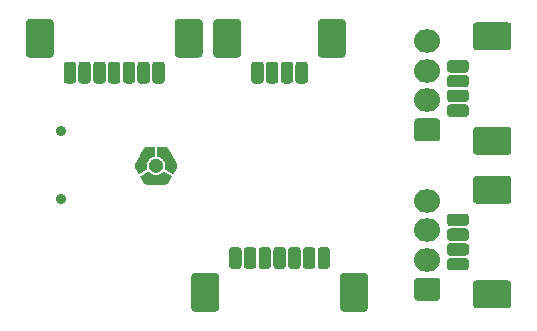
<source format=gbs>
%TF.GenerationSoftware,KiCad,Pcbnew,5.1.9*%
%TF.CreationDate,2021-03-09T21:57:36+01:00*%
%TF.ProjectId,can-usb-dongle,63616e2d-7573-4622-9d64-6f6e676c652e,rev?*%
%TF.SameCoordinates,Original*%
%TF.FileFunction,Soldermask,Bot*%
%TF.FilePolarity,Negative*%
%FSLAX46Y46*%
G04 Gerber Fmt 4.6, Leading zero omitted, Abs format (unit mm)*
G04 Created by KiCad (PCBNEW 5.1.9) date 2021-03-09 21:57:36*
%MOMM*%
%LPD*%
G01*
G04 APERTURE LIST*
%ADD10C,0.010000*%
%ADD11C,0.910000*%
%ADD12O,2.210000X1.960000*%
G04 APERTURE END LIST*
D10*
%TO.C,G\u002A\u002A\u002A*%
G36*
X59095991Y-51572681D02*
G01*
X59181778Y-51572670D01*
X59259857Y-51572646D01*
X59330607Y-51572607D01*
X59394408Y-51572548D01*
X59451639Y-51572465D01*
X59502679Y-51572356D01*
X59547908Y-51572215D01*
X59587704Y-51572039D01*
X59622448Y-51571826D01*
X59652519Y-51571569D01*
X59678295Y-51571267D01*
X59700157Y-51570915D01*
X59718483Y-51570510D01*
X59733653Y-51570047D01*
X59746046Y-51569523D01*
X59756042Y-51568934D01*
X59764019Y-51568277D01*
X59770358Y-51567547D01*
X59775437Y-51566742D01*
X59779636Y-51565856D01*
X59783167Y-51564934D01*
X59830245Y-51549509D01*
X59870926Y-51531229D01*
X59907081Y-51509079D01*
X59940575Y-51482045D01*
X59947202Y-51475884D01*
X59958522Y-51464904D01*
X59968767Y-51454294D01*
X59978488Y-51443238D01*
X59988233Y-51430922D01*
X59998553Y-51416528D01*
X60009997Y-51399243D01*
X60023115Y-51378249D01*
X60038456Y-51352732D01*
X60056569Y-51321876D01*
X60078006Y-51284866D01*
X60090226Y-51263650D01*
X60111272Y-51227079D01*
X60134129Y-51187373D01*
X60157659Y-51146508D01*
X60180725Y-51106458D01*
X60202190Y-51069198D01*
X60220918Y-51036701D01*
X60225903Y-51028056D01*
X60286072Y-50923694D01*
X59957361Y-50734210D01*
X59908872Y-50706261D01*
X59862471Y-50679518D01*
X59818685Y-50654285D01*
X59778038Y-50630865D01*
X59741055Y-50609560D01*
X59708262Y-50590672D01*
X59680184Y-50574503D01*
X59657347Y-50561357D01*
X59640274Y-50551536D01*
X59629493Y-50545343D01*
X59625531Y-50543082D01*
X59621469Y-50545235D01*
X59613195Y-50552382D01*
X59602158Y-50563217D01*
X59596167Y-50569494D01*
X59546507Y-50617303D01*
X59490188Y-50662112D01*
X59428784Y-50702889D01*
X59363870Y-50738603D01*
X59297021Y-50768220D01*
X59287025Y-50772036D01*
X59209344Y-50796596D01*
X59129765Y-50813140D01*
X59049010Y-50821702D01*
X58967800Y-50822318D01*
X58886858Y-50815021D01*
X58806904Y-50799847D01*
X58728662Y-50776831D01*
X58652851Y-50746006D01*
X58642284Y-50740978D01*
X58576165Y-50705388D01*
X58515433Y-50665048D01*
X58458217Y-50618612D01*
X58415800Y-50578283D01*
X58401753Y-50564260D01*
X58389909Y-50552778D01*
X58381492Y-50545001D01*
X58377727Y-50542090D01*
X58377700Y-50542090D01*
X58373805Y-50544190D01*
X58363106Y-50550229D01*
X58346128Y-50559906D01*
X58323396Y-50572918D01*
X58295435Y-50588966D01*
X58262769Y-50607747D01*
X58225922Y-50628959D01*
X58185419Y-50652301D01*
X58141785Y-50677471D01*
X58095544Y-50704168D01*
X58049617Y-50730705D01*
X58001332Y-50758630D01*
X57955132Y-50785380D01*
X57911545Y-50810646D01*
X57871099Y-50834121D01*
X57834322Y-50855498D01*
X57801741Y-50874470D01*
X57773884Y-50890729D01*
X57751279Y-50903968D01*
X57734454Y-50913879D01*
X57723937Y-50920155D01*
X57720273Y-50922468D01*
X57721644Y-50926704D01*
X57726928Y-50937504D01*
X57735712Y-50954154D01*
X57747584Y-50975940D01*
X57762130Y-51002148D01*
X57778937Y-51032064D01*
X57797591Y-51064973D01*
X57817680Y-51100163D01*
X57838791Y-51136919D01*
X57860509Y-51174528D01*
X57882423Y-51212274D01*
X57904119Y-51249445D01*
X57925184Y-51285326D01*
X57945204Y-51319204D01*
X57963767Y-51350364D01*
X57980460Y-51378093D01*
X57994868Y-51401677D01*
X58006580Y-51420401D01*
X58015181Y-51433552D01*
X58019475Y-51439494D01*
X58055527Y-51477640D01*
X58097543Y-51510648D01*
X58144180Y-51537659D01*
X58194096Y-51557811D01*
X58212600Y-51563219D01*
X58248583Y-51572684D01*
X59002117Y-51572684D01*
X59095991Y-51572681D01*
G37*
X59095991Y-51572681D02*
X59181778Y-51572670D01*
X59259857Y-51572646D01*
X59330607Y-51572607D01*
X59394408Y-51572548D01*
X59451639Y-51572465D01*
X59502679Y-51572356D01*
X59547908Y-51572215D01*
X59587704Y-51572039D01*
X59622448Y-51571826D01*
X59652519Y-51571569D01*
X59678295Y-51571267D01*
X59700157Y-51570915D01*
X59718483Y-51570510D01*
X59733653Y-51570047D01*
X59746046Y-51569523D01*
X59756042Y-51568934D01*
X59764019Y-51568277D01*
X59770358Y-51567547D01*
X59775437Y-51566742D01*
X59779636Y-51565856D01*
X59783167Y-51564934D01*
X59830245Y-51549509D01*
X59870926Y-51531229D01*
X59907081Y-51509079D01*
X59940575Y-51482045D01*
X59947202Y-51475884D01*
X59958522Y-51464904D01*
X59968767Y-51454294D01*
X59978488Y-51443238D01*
X59988233Y-51430922D01*
X59998553Y-51416528D01*
X60009997Y-51399243D01*
X60023115Y-51378249D01*
X60038456Y-51352732D01*
X60056569Y-51321876D01*
X60078006Y-51284866D01*
X60090226Y-51263650D01*
X60111272Y-51227079D01*
X60134129Y-51187373D01*
X60157659Y-51146508D01*
X60180725Y-51106458D01*
X60202190Y-51069198D01*
X60220918Y-51036701D01*
X60225903Y-51028056D01*
X60286072Y-50923694D01*
X59957361Y-50734210D01*
X59908872Y-50706261D01*
X59862471Y-50679518D01*
X59818685Y-50654285D01*
X59778038Y-50630865D01*
X59741055Y-50609560D01*
X59708262Y-50590672D01*
X59680184Y-50574503D01*
X59657347Y-50561357D01*
X59640274Y-50551536D01*
X59629493Y-50545343D01*
X59625531Y-50543082D01*
X59621469Y-50545235D01*
X59613195Y-50552382D01*
X59602158Y-50563217D01*
X59596167Y-50569494D01*
X59546507Y-50617303D01*
X59490188Y-50662112D01*
X59428784Y-50702889D01*
X59363870Y-50738603D01*
X59297021Y-50768220D01*
X59287025Y-50772036D01*
X59209344Y-50796596D01*
X59129765Y-50813140D01*
X59049010Y-50821702D01*
X58967800Y-50822318D01*
X58886858Y-50815021D01*
X58806904Y-50799847D01*
X58728662Y-50776831D01*
X58652851Y-50746006D01*
X58642284Y-50740978D01*
X58576165Y-50705388D01*
X58515433Y-50665048D01*
X58458217Y-50618612D01*
X58415800Y-50578283D01*
X58401753Y-50564260D01*
X58389909Y-50552778D01*
X58381492Y-50545001D01*
X58377727Y-50542090D01*
X58377700Y-50542090D01*
X58373805Y-50544190D01*
X58363106Y-50550229D01*
X58346128Y-50559906D01*
X58323396Y-50572918D01*
X58295435Y-50588966D01*
X58262769Y-50607747D01*
X58225922Y-50628959D01*
X58185419Y-50652301D01*
X58141785Y-50677471D01*
X58095544Y-50704168D01*
X58049617Y-50730705D01*
X58001332Y-50758630D01*
X57955132Y-50785380D01*
X57911545Y-50810646D01*
X57871099Y-50834121D01*
X57834322Y-50855498D01*
X57801741Y-50874470D01*
X57773884Y-50890729D01*
X57751279Y-50903968D01*
X57734454Y-50913879D01*
X57723937Y-50920155D01*
X57720273Y-50922468D01*
X57721644Y-50926704D01*
X57726928Y-50937504D01*
X57735712Y-50954154D01*
X57747584Y-50975940D01*
X57762130Y-51002148D01*
X57778937Y-51032064D01*
X57797591Y-51064973D01*
X57817680Y-51100163D01*
X57838791Y-51136919D01*
X57860509Y-51174528D01*
X57882423Y-51212274D01*
X57904119Y-51249445D01*
X57925184Y-51285326D01*
X57945204Y-51319204D01*
X57963767Y-51350364D01*
X57980460Y-51378093D01*
X57994868Y-51401677D01*
X58006580Y-51420401D01*
X58015181Y-51433552D01*
X58019475Y-51439494D01*
X58055527Y-51477640D01*
X58097543Y-51510648D01*
X58144180Y-51537659D01*
X58194096Y-51557811D01*
X58212600Y-51563219D01*
X58248583Y-51572684D01*
X59002117Y-51572684D01*
X59095991Y-51572681D01*
G36*
X59065156Y-50544836D02*
G01*
X59105125Y-50539032D01*
X59108939Y-50538247D01*
X59175259Y-50520005D01*
X59237774Y-50494510D01*
X59296007Y-50462189D01*
X59349484Y-50423472D01*
X59397726Y-50378786D01*
X59440259Y-50328559D01*
X59476606Y-50273221D01*
X59506290Y-50213197D01*
X59523978Y-50165100D01*
X59533581Y-50132276D01*
X59540396Y-50102285D01*
X59544803Y-50072429D01*
X59547183Y-50040012D01*
X59547918Y-50002334D01*
X59547909Y-49995767D01*
X59546975Y-49955957D01*
X59544183Y-49921613D01*
X59539076Y-49889848D01*
X59531198Y-49857779D01*
X59520801Y-49824615D01*
X59495374Y-49762298D01*
X59462920Y-49704245D01*
X59423987Y-49650940D01*
X59379122Y-49602865D01*
X59328874Y-49560501D01*
X59273790Y-49524332D01*
X59214419Y-49494839D01*
X59151307Y-49472506D01*
X59109160Y-49462182D01*
X59074508Y-49456649D01*
X59035925Y-49453036D01*
X58996623Y-49451490D01*
X58959809Y-49452158D01*
X58935845Y-49454193D01*
X58869717Y-49466510D01*
X58806363Y-49486481D01*
X58746360Y-49513638D01*
X58690288Y-49547514D01*
X58638726Y-49587642D01*
X58592253Y-49633555D01*
X58551448Y-49684786D01*
X58516891Y-49740867D01*
X58489159Y-49801332D01*
X58482316Y-49820084D01*
X58467556Y-49869585D01*
X58458153Y-49917895D01*
X58453556Y-49968381D01*
X58452876Y-50000000D01*
X58456554Y-50064848D01*
X58467355Y-50128406D01*
X58484927Y-50189138D01*
X58508919Y-50245505D01*
X58508944Y-50245554D01*
X58529197Y-50281145D01*
X58554398Y-50318357D01*
X58582378Y-50354225D01*
X58610970Y-50385781D01*
X58612535Y-50387350D01*
X58664228Y-50433078D01*
X58720225Y-50471571D01*
X58780219Y-50502661D01*
X58843901Y-50526183D01*
X58890215Y-50537993D01*
X58930125Y-50544205D01*
X58974614Y-50547419D01*
X59020638Y-50547630D01*
X59065156Y-50544836D01*
G37*
X59065156Y-50544836D02*
X59105125Y-50539032D01*
X59108939Y-50538247D01*
X59175259Y-50520005D01*
X59237774Y-50494510D01*
X59296007Y-50462189D01*
X59349484Y-50423472D01*
X59397726Y-50378786D01*
X59440259Y-50328559D01*
X59476606Y-50273221D01*
X59506290Y-50213197D01*
X59523978Y-50165100D01*
X59533581Y-50132276D01*
X59540396Y-50102285D01*
X59544803Y-50072429D01*
X59547183Y-50040012D01*
X59547918Y-50002334D01*
X59547909Y-49995767D01*
X59546975Y-49955957D01*
X59544183Y-49921613D01*
X59539076Y-49889848D01*
X59531198Y-49857779D01*
X59520801Y-49824615D01*
X59495374Y-49762298D01*
X59462920Y-49704245D01*
X59423987Y-49650940D01*
X59379122Y-49602865D01*
X59328874Y-49560501D01*
X59273790Y-49524332D01*
X59214419Y-49494839D01*
X59151307Y-49472506D01*
X59109160Y-49462182D01*
X59074508Y-49456649D01*
X59035925Y-49453036D01*
X58996623Y-49451490D01*
X58959809Y-49452158D01*
X58935845Y-49454193D01*
X58869717Y-49466510D01*
X58806363Y-49486481D01*
X58746360Y-49513638D01*
X58690288Y-49547514D01*
X58638726Y-49587642D01*
X58592253Y-49633555D01*
X58551448Y-49684786D01*
X58516891Y-49740867D01*
X58489159Y-49801332D01*
X58482316Y-49820084D01*
X58467556Y-49869585D01*
X58458153Y-49917895D01*
X58453556Y-49968381D01*
X58452876Y-50000000D01*
X58456554Y-50064848D01*
X58467355Y-50128406D01*
X58484927Y-50189138D01*
X58508919Y-50245505D01*
X58508944Y-50245554D01*
X58529197Y-50281145D01*
X58554398Y-50318357D01*
X58582378Y-50354225D01*
X58610970Y-50385781D01*
X58612535Y-50387350D01*
X58664228Y-50433078D01*
X58720225Y-50471571D01*
X58780219Y-50502661D01*
X58843901Y-50526183D01*
X58890215Y-50537993D01*
X58930125Y-50544205D01*
X58974614Y-50547419D01*
X59020638Y-50547630D01*
X59065156Y-50544836D01*
G36*
X60444873Y-50644084D02*
G01*
X60451466Y-50633856D01*
X60461384Y-50617702D01*
X60474208Y-50596346D01*
X60489523Y-50570512D01*
X60506912Y-50540925D01*
X60525957Y-50508309D01*
X60546242Y-50473389D01*
X60567351Y-50436890D01*
X60588865Y-50399535D01*
X60610370Y-50362049D01*
X60631447Y-50325157D01*
X60651680Y-50289583D01*
X60670652Y-50256051D01*
X60687947Y-50225287D01*
X60703147Y-50198014D01*
X60715836Y-50174958D01*
X60725597Y-50156842D01*
X60732013Y-50144390D01*
X60733979Y-50140185D01*
X60750003Y-50092571D01*
X60759074Y-50041859D01*
X60761193Y-49989769D01*
X60756359Y-49938024D01*
X60744572Y-49888343D01*
X60734023Y-49859917D01*
X60730476Y-49852909D01*
X60722951Y-49839051D01*
X60711720Y-49818814D01*
X60697056Y-49792670D01*
X60679229Y-49761092D01*
X60658513Y-49724552D01*
X60635179Y-49683522D01*
X60609498Y-49638474D01*
X60581744Y-49589881D01*
X60552187Y-49538214D01*
X60521099Y-49483946D01*
X60488753Y-49427549D01*
X60455420Y-49369495D01*
X60421373Y-49310256D01*
X60386882Y-49250305D01*
X60352221Y-49190114D01*
X60317660Y-49130154D01*
X60283473Y-49070899D01*
X60249930Y-49012820D01*
X60217304Y-48956389D01*
X60185866Y-48902078D01*
X60155889Y-48850361D01*
X60127644Y-48801708D01*
X60101403Y-48756593D01*
X60077438Y-48715487D01*
X60056022Y-48678862D01*
X60037425Y-48647191D01*
X60021920Y-48620946D01*
X60009779Y-48600599D01*
X60001273Y-48586622D01*
X59996825Y-48579699D01*
X59970740Y-48547786D01*
X59938865Y-48517091D01*
X59903445Y-48489408D01*
X59866724Y-48466529D01*
X59838200Y-48453002D01*
X59826496Y-48448263D01*
X59816243Y-48444153D01*
X59806775Y-48440625D01*
X59797423Y-48437631D01*
X59787520Y-48435125D01*
X59776398Y-48433059D01*
X59763391Y-48431385D01*
X59747829Y-48430057D01*
X59729047Y-48429027D01*
X59706375Y-48428247D01*
X59679148Y-48427671D01*
X59646696Y-48427251D01*
X59608353Y-48426941D01*
X59563451Y-48426691D01*
X59511323Y-48426456D01*
X59460375Y-48426230D01*
X59156633Y-48424834D01*
X59156633Y-49190243D01*
X59200917Y-49201290D01*
X59279815Y-49225255D01*
X59355228Y-49256724D01*
X59426708Y-49295296D01*
X59493805Y-49340572D01*
X59556072Y-49392150D01*
X59613057Y-49449633D01*
X59664314Y-49512618D01*
X59709392Y-49580706D01*
X59747844Y-49653497D01*
X59771715Y-49710017D01*
X59791820Y-49769083D01*
X59806561Y-49827066D01*
X59816343Y-49886262D01*
X59821569Y-49948970D01*
X59822744Y-50000000D01*
X59822278Y-50042230D01*
X59820572Y-50078644D01*
X59817300Y-50111842D01*
X59812134Y-50144428D01*
X59804747Y-50179001D01*
X59795753Y-50214630D01*
X59790774Y-50233717D01*
X59786726Y-50249869D01*
X59784046Y-50261292D01*
X59783167Y-50266084D01*
X59786567Y-50270160D01*
X59795395Y-50276650D01*
X59805392Y-50282774D01*
X59817419Y-50289657D01*
X59834647Y-50299568D01*
X59854957Y-50311284D01*
X59876227Y-50323584D01*
X59880534Y-50326078D01*
X59903294Y-50339253D01*
X59931899Y-50355793D01*
X59965342Y-50375117D01*
X60002615Y-50396645D01*
X60042711Y-50419794D01*
X60084624Y-50443986D01*
X60127345Y-50468637D01*
X60169869Y-50493168D01*
X60211188Y-50516997D01*
X60250294Y-50539543D01*
X60286182Y-50560225D01*
X60317843Y-50578462D01*
X60344271Y-50593674D01*
X60364459Y-50605278D01*
X60365820Y-50606060D01*
X60388261Y-50618838D01*
X60408253Y-50630025D01*
X60424621Y-50638979D01*
X60436188Y-50645058D01*
X60441778Y-50647619D01*
X60442020Y-50647660D01*
X60444873Y-50644084D01*
G37*
X60444873Y-50644084D02*
X60451466Y-50633856D01*
X60461384Y-50617702D01*
X60474208Y-50596346D01*
X60489523Y-50570512D01*
X60506912Y-50540925D01*
X60525957Y-50508309D01*
X60546242Y-50473389D01*
X60567351Y-50436890D01*
X60588865Y-50399535D01*
X60610370Y-50362049D01*
X60631447Y-50325157D01*
X60651680Y-50289583D01*
X60670652Y-50256051D01*
X60687947Y-50225287D01*
X60703147Y-50198014D01*
X60715836Y-50174958D01*
X60725597Y-50156842D01*
X60732013Y-50144390D01*
X60733979Y-50140185D01*
X60750003Y-50092571D01*
X60759074Y-50041859D01*
X60761193Y-49989769D01*
X60756359Y-49938024D01*
X60744572Y-49888343D01*
X60734023Y-49859917D01*
X60730476Y-49852909D01*
X60722951Y-49839051D01*
X60711720Y-49818814D01*
X60697056Y-49792670D01*
X60679229Y-49761092D01*
X60658513Y-49724552D01*
X60635179Y-49683522D01*
X60609498Y-49638474D01*
X60581744Y-49589881D01*
X60552187Y-49538214D01*
X60521099Y-49483946D01*
X60488753Y-49427549D01*
X60455420Y-49369495D01*
X60421373Y-49310256D01*
X60386882Y-49250305D01*
X60352221Y-49190114D01*
X60317660Y-49130154D01*
X60283473Y-49070899D01*
X60249930Y-49012820D01*
X60217304Y-48956389D01*
X60185866Y-48902078D01*
X60155889Y-48850361D01*
X60127644Y-48801708D01*
X60101403Y-48756593D01*
X60077438Y-48715487D01*
X60056022Y-48678862D01*
X60037425Y-48647191D01*
X60021920Y-48620946D01*
X60009779Y-48600599D01*
X60001273Y-48586622D01*
X59996825Y-48579699D01*
X59970740Y-48547786D01*
X59938865Y-48517091D01*
X59903445Y-48489408D01*
X59866724Y-48466529D01*
X59838200Y-48453002D01*
X59826496Y-48448263D01*
X59816243Y-48444153D01*
X59806775Y-48440625D01*
X59797423Y-48437631D01*
X59787520Y-48435125D01*
X59776398Y-48433059D01*
X59763391Y-48431385D01*
X59747829Y-48430057D01*
X59729047Y-48429027D01*
X59706375Y-48428247D01*
X59679148Y-48427671D01*
X59646696Y-48427251D01*
X59608353Y-48426941D01*
X59563451Y-48426691D01*
X59511323Y-48426456D01*
X59460375Y-48426230D01*
X59156633Y-48424834D01*
X59156633Y-49190243D01*
X59200917Y-49201290D01*
X59279815Y-49225255D01*
X59355228Y-49256724D01*
X59426708Y-49295296D01*
X59493805Y-49340572D01*
X59556072Y-49392150D01*
X59613057Y-49449633D01*
X59664314Y-49512618D01*
X59709392Y-49580706D01*
X59747844Y-49653497D01*
X59771715Y-49710017D01*
X59791820Y-49769083D01*
X59806561Y-49827066D01*
X59816343Y-49886262D01*
X59821569Y-49948970D01*
X59822744Y-50000000D01*
X59822278Y-50042230D01*
X59820572Y-50078644D01*
X59817300Y-50111842D01*
X59812134Y-50144428D01*
X59804747Y-50179001D01*
X59795753Y-50214630D01*
X59790774Y-50233717D01*
X59786726Y-50249869D01*
X59784046Y-50261292D01*
X59783167Y-50266084D01*
X59786567Y-50270160D01*
X59795395Y-50276650D01*
X59805392Y-50282774D01*
X59817419Y-50289657D01*
X59834647Y-50299568D01*
X59854957Y-50311284D01*
X59876227Y-50323584D01*
X59880534Y-50326078D01*
X59903294Y-50339253D01*
X59931899Y-50355793D01*
X59965342Y-50375117D01*
X60002615Y-50396645D01*
X60042711Y-50419794D01*
X60084624Y-50443986D01*
X60127345Y-50468637D01*
X60169869Y-50493168D01*
X60211188Y-50516997D01*
X60250294Y-50539543D01*
X60286182Y-50560225D01*
X60317843Y-50578462D01*
X60344271Y-50593674D01*
X60364459Y-50605278D01*
X60365820Y-50606060D01*
X60388261Y-50618838D01*
X60408253Y-50630025D01*
X60424621Y-50638979D01*
X60436188Y-50645058D01*
X60441778Y-50647619D01*
X60442020Y-50647660D01*
X60444873Y-50644084D01*
G36*
X57561616Y-50648565D02*
G01*
X57571924Y-50642793D01*
X57588186Y-50633564D01*
X57609713Y-50621272D01*
X57635820Y-50606310D01*
X57665820Y-50589072D01*
X57699025Y-50569950D01*
X57734749Y-50549337D01*
X57746933Y-50542298D01*
X57789896Y-50517476D01*
X57835951Y-50490875D01*
X57883518Y-50463407D01*
X57931020Y-50435983D01*
X57976878Y-50409514D01*
X58019513Y-50384912D01*
X58057347Y-50363089D01*
X58077133Y-50351680D01*
X58108637Y-50333508D01*
X58137772Y-50316686D01*
X58163739Y-50301675D01*
X58185738Y-50288939D01*
X58202972Y-50278939D01*
X58214640Y-50272139D01*
X58219944Y-50269001D01*
X58220176Y-50268849D01*
X58219566Y-50264613D01*
X58216966Y-50253970D01*
X58212816Y-50238624D01*
X58208597Y-50223846D01*
X58199051Y-50188667D01*
X58191825Y-50155786D01*
X58186581Y-50122834D01*
X58182980Y-50087444D01*
X58180682Y-50047247D01*
X58179877Y-50023188D01*
X58179688Y-49963401D01*
X58182800Y-49909037D01*
X58189552Y-49857585D01*
X58200281Y-49806536D01*
X58215327Y-49753380D01*
X58216997Y-49748117D01*
X58245564Y-49672389D01*
X58281399Y-49600252D01*
X58323990Y-49532180D01*
X58372821Y-49468648D01*
X58427380Y-49410129D01*
X58487153Y-49357098D01*
X58551625Y-49310030D01*
X58620285Y-49269397D01*
X58692617Y-49235674D01*
X58768109Y-49209336D01*
X58813414Y-49197568D01*
X58843367Y-49190755D01*
X58843367Y-48425200D01*
X58552325Y-48425537D01*
X58492475Y-48425639D01*
X58440518Y-48425803D01*
X58395878Y-48426041D01*
X58357983Y-48426364D01*
X58326257Y-48426784D01*
X58300128Y-48427311D01*
X58279020Y-48427956D01*
X58262359Y-48428731D01*
X58249572Y-48429648D01*
X58240083Y-48430717D01*
X58234245Y-48431739D01*
X58178297Y-48447843D01*
X58127227Y-48470765D01*
X58081219Y-48500384D01*
X58040454Y-48536580D01*
X58005116Y-48579233D01*
X57999989Y-48586632D01*
X57995336Y-48594064D01*
X57986777Y-48608320D01*
X57974589Y-48628924D01*
X57959044Y-48655400D01*
X57940417Y-48687272D01*
X57918982Y-48724063D01*
X57895014Y-48765299D01*
X57868785Y-48810502D01*
X57840571Y-48859196D01*
X57810645Y-48910907D01*
X57779282Y-48965157D01*
X57746756Y-49021471D01*
X57713341Y-49079372D01*
X57679311Y-49138385D01*
X57644940Y-49198033D01*
X57610502Y-49257841D01*
X57576272Y-49317332D01*
X57542523Y-49376031D01*
X57509531Y-49433461D01*
X57477568Y-49489146D01*
X57446908Y-49542611D01*
X57417827Y-49593379D01*
X57390599Y-49640974D01*
X57365496Y-49684920D01*
X57342794Y-49724742D01*
X57322767Y-49759962D01*
X57305689Y-49790106D01*
X57291833Y-49814696D01*
X57281474Y-49833258D01*
X57274887Y-49845314D01*
X57272625Y-49849717D01*
X57259463Y-49880880D01*
X57250319Y-49910020D01*
X57244650Y-49939830D01*
X57241913Y-49973002D01*
X57241474Y-50004234D01*
X57241901Y-50029743D01*
X57242961Y-50049356D01*
X57244969Y-50065636D01*
X57248245Y-50081148D01*
X57253104Y-50098457D01*
X57253154Y-50098623D01*
X57260014Y-50119267D01*
X57268070Y-50140485D01*
X57275808Y-50158342D01*
X57277357Y-50161507D01*
X57280816Y-50167870D01*
X57287951Y-50180602D01*
X57298335Y-50198959D01*
X57311539Y-50222195D01*
X57327137Y-50249567D01*
X57344701Y-50280327D01*
X57363802Y-50313732D01*
X57384015Y-50349036D01*
X57404910Y-50385493D01*
X57426061Y-50422360D01*
X57447039Y-50458890D01*
X57467418Y-50494338D01*
X57486769Y-50527960D01*
X57504665Y-50559010D01*
X57520679Y-50586743D01*
X57534383Y-50610414D01*
X57545349Y-50629278D01*
X57553149Y-50642589D01*
X57557357Y-50649602D01*
X57557948Y-50650488D01*
X57561616Y-50648565D01*
G37*
X57561616Y-50648565D02*
X57571924Y-50642793D01*
X57588186Y-50633564D01*
X57609713Y-50621272D01*
X57635820Y-50606310D01*
X57665820Y-50589072D01*
X57699025Y-50569950D01*
X57734749Y-50549337D01*
X57746933Y-50542298D01*
X57789896Y-50517476D01*
X57835951Y-50490875D01*
X57883518Y-50463407D01*
X57931020Y-50435983D01*
X57976878Y-50409514D01*
X58019513Y-50384912D01*
X58057347Y-50363089D01*
X58077133Y-50351680D01*
X58108637Y-50333508D01*
X58137772Y-50316686D01*
X58163739Y-50301675D01*
X58185738Y-50288939D01*
X58202972Y-50278939D01*
X58214640Y-50272139D01*
X58219944Y-50269001D01*
X58220176Y-50268849D01*
X58219566Y-50264613D01*
X58216966Y-50253970D01*
X58212816Y-50238624D01*
X58208597Y-50223846D01*
X58199051Y-50188667D01*
X58191825Y-50155786D01*
X58186581Y-50122834D01*
X58182980Y-50087444D01*
X58180682Y-50047247D01*
X58179877Y-50023188D01*
X58179688Y-49963401D01*
X58182800Y-49909037D01*
X58189552Y-49857585D01*
X58200281Y-49806536D01*
X58215327Y-49753380D01*
X58216997Y-49748117D01*
X58245564Y-49672389D01*
X58281399Y-49600252D01*
X58323990Y-49532180D01*
X58372821Y-49468648D01*
X58427380Y-49410129D01*
X58487153Y-49357098D01*
X58551625Y-49310030D01*
X58620285Y-49269397D01*
X58692617Y-49235674D01*
X58768109Y-49209336D01*
X58813414Y-49197568D01*
X58843367Y-49190755D01*
X58843367Y-48425200D01*
X58552325Y-48425537D01*
X58492475Y-48425639D01*
X58440518Y-48425803D01*
X58395878Y-48426041D01*
X58357983Y-48426364D01*
X58326257Y-48426784D01*
X58300128Y-48427311D01*
X58279020Y-48427956D01*
X58262359Y-48428731D01*
X58249572Y-48429648D01*
X58240083Y-48430717D01*
X58234245Y-48431739D01*
X58178297Y-48447843D01*
X58127227Y-48470765D01*
X58081219Y-48500384D01*
X58040454Y-48536580D01*
X58005116Y-48579233D01*
X57999989Y-48586632D01*
X57995336Y-48594064D01*
X57986777Y-48608320D01*
X57974589Y-48628924D01*
X57959044Y-48655400D01*
X57940417Y-48687272D01*
X57918982Y-48724063D01*
X57895014Y-48765299D01*
X57868785Y-48810502D01*
X57840571Y-48859196D01*
X57810645Y-48910907D01*
X57779282Y-48965157D01*
X57746756Y-49021471D01*
X57713341Y-49079372D01*
X57679311Y-49138385D01*
X57644940Y-49198033D01*
X57610502Y-49257841D01*
X57576272Y-49317332D01*
X57542523Y-49376031D01*
X57509531Y-49433461D01*
X57477568Y-49489146D01*
X57446908Y-49542611D01*
X57417827Y-49593379D01*
X57390599Y-49640974D01*
X57365496Y-49684920D01*
X57342794Y-49724742D01*
X57322767Y-49759962D01*
X57305689Y-49790106D01*
X57291833Y-49814696D01*
X57281474Y-49833258D01*
X57274887Y-49845314D01*
X57272625Y-49849717D01*
X57259463Y-49880880D01*
X57250319Y-49910020D01*
X57244650Y-49939830D01*
X57241913Y-49973002D01*
X57241474Y-50004234D01*
X57241901Y-50029743D01*
X57242961Y-50049356D01*
X57244969Y-50065636D01*
X57248245Y-50081148D01*
X57253104Y-50098457D01*
X57253154Y-50098623D01*
X57260014Y-50119267D01*
X57268070Y-50140485D01*
X57275808Y-50158342D01*
X57277357Y-50161507D01*
X57280816Y-50167870D01*
X57287951Y-50180602D01*
X57298335Y-50198959D01*
X57311539Y-50222195D01*
X57327137Y-50249567D01*
X57344701Y-50280327D01*
X57363802Y-50313732D01*
X57384015Y-50349036D01*
X57404910Y-50385493D01*
X57426061Y-50422360D01*
X57447039Y-50458890D01*
X57467418Y-50494338D01*
X57486769Y-50527960D01*
X57504665Y-50559010D01*
X57520679Y-50586743D01*
X57534383Y-50610414D01*
X57545349Y-50629278D01*
X57553149Y-50642589D01*
X57557357Y-50649602D01*
X57557948Y-50650488D01*
X57561616Y-50648565D01*
G36*
X59095991Y-51572681D02*
G01*
X59181778Y-51572670D01*
X59259857Y-51572646D01*
X59330607Y-51572607D01*
X59394408Y-51572548D01*
X59451639Y-51572465D01*
X59502679Y-51572356D01*
X59547908Y-51572215D01*
X59587704Y-51572039D01*
X59622448Y-51571826D01*
X59652519Y-51571569D01*
X59678295Y-51571267D01*
X59700157Y-51570915D01*
X59718483Y-51570510D01*
X59733653Y-51570047D01*
X59746046Y-51569523D01*
X59756042Y-51568934D01*
X59764019Y-51568277D01*
X59770358Y-51567547D01*
X59775437Y-51566742D01*
X59779636Y-51565856D01*
X59783167Y-51564934D01*
X59830245Y-51549509D01*
X59870926Y-51531229D01*
X59907081Y-51509079D01*
X59940575Y-51482045D01*
X59947202Y-51475884D01*
X59958522Y-51464904D01*
X59968767Y-51454294D01*
X59978488Y-51443238D01*
X59988233Y-51430922D01*
X59998553Y-51416528D01*
X60009997Y-51399243D01*
X60023115Y-51378249D01*
X60038456Y-51352732D01*
X60056569Y-51321876D01*
X60078006Y-51284866D01*
X60090226Y-51263650D01*
X60111272Y-51227079D01*
X60134129Y-51187373D01*
X60157659Y-51146508D01*
X60180725Y-51106458D01*
X60202190Y-51069198D01*
X60220918Y-51036701D01*
X60225903Y-51028056D01*
X60286072Y-50923694D01*
X59957361Y-50734210D01*
X59908872Y-50706261D01*
X59862471Y-50679518D01*
X59818685Y-50654285D01*
X59778038Y-50630865D01*
X59741055Y-50609560D01*
X59708262Y-50590672D01*
X59680184Y-50574503D01*
X59657347Y-50561357D01*
X59640274Y-50551536D01*
X59629493Y-50545343D01*
X59625531Y-50543082D01*
X59621469Y-50545235D01*
X59613195Y-50552382D01*
X59602158Y-50563217D01*
X59596167Y-50569494D01*
X59546507Y-50617303D01*
X59490188Y-50662112D01*
X59428784Y-50702889D01*
X59363870Y-50738603D01*
X59297021Y-50768220D01*
X59287025Y-50772036D01*
X59209344Y-50796596D01*
X59129765Y-50813140D01*
X59049010Y-50821702D01*
X58967800Y-50822318D01*
X58886858Y-50815021D01*
X58806904Y-50799847D01*
X58728662Y-50776831D01*
X58652851Y-50746006D01*
X58642284Y-50740978D01*
X58576165Y-50705388D01*
X58515433Y-50665048D01*
X58458217Y-50618612D01*
X58415800Y-50578283D01*
X58401753Y-50564260D01*
X58389909Y-50552778D01*
X58381492Y-50545001D01*
X58377727Y-50542090D01*
X58377700Y-50542090D01*
X58373805Y-50544190D01*
X58363106Y-50550229D01*
X58346128Y-50559906D01*
X58323396Y-50572918D01*
X58295435Y-50588966D01*
X58262769Y-50607747D01*
X58225922Y-50628959D01*
X58185419Y-50652301D01*
X58141785Y-50677471D01*
X58095544Y-50704168D01*
X58049617Y-50730705D01*
X58001332Y-50758630D01*
X57955132Y-50785380D01*
X57911545Y-50810646D01*
X57871099Y-50834121D01*
X57834322Y-50855498D01*
X57801741Y-50874470D01*
X57773884Y-50890729D01*
X57751279Y-50903968D01*
X57734454Y-50913879D01*
X57723937Y-50920155D01*
X57720273Y-50922468D01*
X57721644Y-50926704D01*
X57726928Y-50937504D01*
X57735712Y-50954154D01*
X57747584Y-50975940D01*
X57762130Y-51002148D01*
X57778937Y-51032064D01*
X57797591Y-51064973D01*
X57817680Y-51100163D01*
X57838791Y-51136919D01*
X57860509Y-51174528D01*
X57882423Y-51212274D01*
X57904119Y-51249445D01*
X57925184Y-51285326D01*
X57945204Y-51319204D01*
X57963767Y-51350364D01*
X57980460Y-51378093D01*
X57994868Y-51401677D01*
X58006580Y-51420401D01*
X58015181Y-51433552D01*
X58019475Y-51439494D01*
X58055527Y-51477640D01*
X58097543Y-51510648D01*
X58144180Y-51537659D01*
X58194096Y-51557811D01*
X58212600Y-51563219D01*
X58248583Y-51572684D01*
X59002117Y-51572684D01*
X59095991Y-51572681D01*
G37*
X59095991Y-51572681D02*
X59181778Y-51572670D01*
X59259857Y-51572646D01*
X59330607Y-51572607D01*
X59394408Y-51572548D01*
X59451639Y-51572465D01*
X59502679Y-51572356D01*
X59547908Y-51572215D01*
X59587704Y-51572039D01*
X59622448Y-51571826D01*
X59652519Y-51571569D01*
X59678295Y-51571267D01*
X59700157Y-51570915D01*
X59718483Y-51570510D01*
X59733653Y-51570047D01*
X59746046Y-51569523D01*
X59756042Y-51568934D01*
X59764019Y-51568277D01*
X59770358Y-51567547D01*
X59775437Y-51566742D01*
X59779636Y-51565856D01*
X59783167Y-51564934D01*
X59830245Y-51549509D01*
X59870926Y-51531229D01*
X59907081Y-51509079D01*
X59940575Y-51482045D01*
X59947202Y-51475884D01*
X59958522Y-51464904D01*
X59968767Y-51454294D01*
X59978488Y-51443238D01*
X59988233Y-51430922D01*
X59998553Y-51416528D01*
X60009997Y-51399243D01*
X60023115Y-51378249D01*
X60038456Y-51352732D01*
X60056569Y-51321876D01*
X60078006Y-51284866D01*
X60090226Y-51263650D01*
X60111272Y-51227079D01*
X60134129Y-51187373D01*
X60157659Y-51146508D01*
X60180725Y-51106458D01*
X60202190Y-51069198D01*
X60220918Y-51036701D01*
X60225903Y-51028056D01*
X60286072Y-50923694D01*
X59957361Y-50734210D01*
X59908872Y-50706261D01*
X59862471Y-50679518D01*
X59818685Y-50654285D01*
X59778038Y-50630865D01*
X59741055Y-50609560D01*
X59708262Y-50590672D01*
X59680184Y-50574503D01*
X59657347Y-50561357D01*
X59640274Y-50551536D01*
X59629493Y-50545343D01*
X59625531Y-50543082D01*
X59621469Y-50545235D01*
X59613195Y-50552382D01*
X59602158Y-50563217D01*
X59596167Y-50569494D01*
X59546507Y-50617303D01*
X59490188Y-50662112D01*
X59428784Y-50702889D01*
X59363870Y-50738603D01*
X59297021Y-50768220D01*
X59287025Y-50772036D01*
X59209344Y-50796596D01*
X59129765Y-50813140D01*
X59049010Y-50821702D01*
X58967800Y-50822318D01*
X58886858Y-50815021D01*
X58806904Y-50799847D01*
X58728662Y-50776831D01*
X58652851Y-50746006D01*
X58642284Y-50740978D01*
X58576165Y-50705388D01*
X58515433Y-50665048D01*
X58458217Y-50618612D01*
X58415800Y-50578283D01*
X58401753Y-50564260D01*
X58389909Y-50552778D01*
X58381492Y-50545001D01*
X58377727Y-50542090D01*
X58377700Y-50542090D01*
X58373805Y-50544190D01*
X58363106Y-50550229D01*
X58346128Y-50559906D01*
X58323396Y-50572918D01*
X58295435Y-50588966D01*
X58262769Y-50607747D01*
X58225922Y-50628959D01*
X58185419Y-50652301D01*
X58141785Y-50677471D01*
X58095544Y-50704168D01*
X58049617Y-50730705D01*
X58001332Y-50758630D01*
X57955132Y-50785380D01*
X57911545Y-50810646D01*
X57871099Y-50834121D01*
X57834322Y-50855498D01*
X57801741Y-50874470D01*
X57773884Y-50890729D01*
X57751279Y-50903968D01*
X57734454Y-50913879D01*
X57723937Y-50920155D01*
X57720273Y-50922468D01*
X57721644Y-50926704D01*
X57726928Y-50937504D01*
X57735712Y-50954154D01*
X57747584Y-50975940D01*
X57762130Y-51002148D01*
X57778937Y-51032064D01*
X57797591Y-51064973D01*
X57817680Y-51100163D01*
X57838791Y-51136919D01*
X57860509Y-51174528D01*
X57882423Y-51212274D01*
X57904119Y-51249445D01*
X57925184Y-51285326D01*
X57945204Y-51319204D01*
X57963767Y-51350364D01*
X57980460Y-51378093D01*
X57994868Y-51401677D01*
X58006580Y-51420401D01*
X58015181Y-51433552D01*
X58019475Y-51439494D01*
X58055527Y-51477640D01*
X58097543Y-51510648D01*
X58144180Y-51537659D01*
X58194096Y-51557811D01*
X58212600Y-51563219D01*
X58248583Y-51572684D01*
X59002117Y-51572684D01*
X59095991Y-51572681D01*
G36*
X59065156Y-50544836D02*
G01*
X59105125Y-50539032D01*
X59108939Y-50538247D01*
X59175259Y-50520005D01*
X59237774Y-50494510D01*
X59296007Y-50462189D01*
X59349484Y-50423472D01*
X59397726Y-50378786D01*
X59440259Y-50328559D01*
X59476606Y-50273221D01*
X59506290Y-50213197D01*
X59523978Y-50165100D01*
X59533581Y-50132276D01*
X59540396Y-50102285D01*
X59544803Y-50072429D01*
X59547183Y-50040012D01*
X59547918Y-50002334D01*
X59547909Y-49995767D01*
X59546975Y-49955957D01*
X59544183Y-49921613D01*
X59539076Y-49889848D01*
X59531198Y-49857779D01*
X59520801Y-49824615D01*
X59495374Y-49762298D01*
X59462920Y-49704245D01*
X59423987Y-49650940D01*
X59379122Y-49602865D01*
X59328874Y-49560501D01*
X59273790Y-49524332D01*
X59214419Y-49494839D01*
X59151307Y-49472506D01*
X59109160Y-49462182D01*
X59074508Y-49456649D01*
X59035925Y-49453036D01*
X58996623Y-49451490D01*
X58959809Y-49452158D01*
X58935845Y-49454193D01*
X58869717Y-49466510D01*
X58806363Y-49486481D01*
X58746360Y-49513638D01*
X58690288Y-49547514D01*
X58638726Y-49587642D01*
X58592253Y-49633555D01*
X58551448Y-49684786D01*
X58516891Y-49740867D01*
X58489159Y-49801332D01*
X58482316Y-49820084D01*
X58467556Y-49869585D01*
X58458153Y-49917895D01*
X58453556Y-49968381D01*
X58452876Y-50000000D01*
X58456554Y-50064848D01*
X58467355Y-50128406D01*
X58484927Y-50189138D01*
X58508919Y-50245505D01*
X58508944Y-50245554D01*
X58529197Y-50281145D01*
X58554398Y-50318357D01*
X58582378Y-50354225D01*
X58610970Y-50385781D01*
X58612535Y-50387350D01*
X58664228Y-50433078D01*
X58720225Y-50471571D01*
X58780219Y-50502661D01*
X58843901Y-50526183D01*
X58890215Y-50537993D01*
X58930125Y-50544205D01*
X58974614Y-50547419D01*
X59020638Y-50547630D01*
X59065156Y-50544836D01*
G37*
X59065156Y-50544836D02*
X59105125Y-50539032D01*
X59108939Y-50538247D01*
X59175259Y-50520005D01*
X59237774Y-50494510D01*
X59296007Y-50462189D01*
X59349484Y-50423472D01*
X59397726Y-50378786D01*
X59440259Y-50328559D01*
X59476606Y-50273221D01*
X59506290Y-50213197D01*
X59523978Y-50165100D01*
X59533581Y-50132276D01*
X59540396Y-50102285D01*
X59544803Y-50072429D01*
X59547183Y-50040012D01*
X59547918Y-50002334D01*
X59547909Y-49995767D01*
X59546975Y-49955957D01*
X59544183Y-49921613D01*
X59539076Y-49889848D01*
X59531198Y-49857779D01*
X59520801Y-49824615D01*
X59495374Y-49762298D01*
X59462920Y-49704245D01*
X59423987Y-49650940D01*
X59379122Y-49602865D01*
X59328874Y-49560501D01*
X59273790Y-49524332D01*
X59214419Y-49494839D01*
X59151307Y-49472506D01*
X59109160Y-49462182D01*
X59074508Y-49456649D01*
X59035925Y-49453036D01*
X58996623Y-49451490D01*
X58959809Y-49452158D01*
X58935845Y-49454193D01*
X58869717Y-49466510D01*
X58806363Y-49486481D01*
X58746360Y-49513638D01*
X58690288Y-49547514D01*
X58638726Y-49587642D01*
X58592253Y-49633555D01*
X58551448Y-49684786D01*
X58516891Y-49740867D01*
X58489159Y-49801332D01*
X58482316Y-49820084D01*
X58467556Y-49869585D01*
X58458153Y-49917895D01*
X58453556Y-49968381D01*
X58452876Y-50000000D01*
X58456554Y-50064848D01*
X58467355Y-50128406D01*
X58484927Y-50189138D01*
X58508919Y-50245505D01*
X58508944Y-50245554D01*
X58529197Y-50281145D01*
X58554398Y-50318357D01*
X58582378Y-50354225D01*
X58610970Y-50385781D01*
X58612535Y-50387350D01*
X58664228Y-50433078D01*
X58720225Y-50471571D01*
X58780219Y-50502661D01*
X58843901Y-50526183D01*
X58890215Y-50537993D01*
X58930125Y-50544205D01*
X58974614Y-50547419D01*
X59020638Y-50547630D01*
X59065156Y-50544836D01*
G36*
X60444873Y-50644084D02*
G01*
X60451466Y-50633856D01*
X60461384Y-50617702D01*
X60474208Y-50596346D01*
X60489523Y-50570512D01*
X60506912Y-50540925D01*
X60525957Y-50508309D01*
X60546242Y-50473389D01*
X60567351Y-50436890D01*
X60588865Y-50399535D01*
X60610370Y-50362049D01*
X60631447Y-50325157D01*
X60651680Y-50289583D01*
X60670652Y-50256051D01*
X60687947Y-50225287D01*
X60703147Y-50198014D01*
X60715836Y-50174958D01*
X60725597Y-50156842D01*
X60732013Y-50144390D01*
X60733979Y-50140185D01*
X60750003Y-50092571D01*
X60759074Y-50041859D01*
X60761193Y-49989769D01*
X60756359Y-49938024D01*
X60744572Y-49888343D01*
X60734023Y-49859917D01*
X60730476Y-49852909D01*
X60722951Y-49839051D01*
X60711720Y-49818814D01*
X60697056Y-49792670D01*
X60679229Y-49761092D01*
X60658513Y-49724552D01*
X60635179Y-49683522D01*
X60609498Y-49638474D01*
X60581744Y-49589881D01*
X60552187Y-49538214D01*
X60521099Y-49483946D01*
X60488753Y-49427549D01*
X60455420Y-49369495D01*
X60421373Y-49310256D01*
X60386882Y-49250305D01*
X60352221Y-49190114D01*
X60317660Y-49130154D01*
X60283473Y-49070899D01*
X60249930Y-49012820D01*
X60217304Y-48956389D01*
X60185866Y-48902078D01*
X60155889Y-48850361D01*
X60127644Y-48801708D01*
X60101403Y-48756593D01*
X60077438Y-48715487D01*
X60056022Y-48678862D01*
X60037425Y-48647191D01*
X60021920Y-48620946D01*
X60009779Y-48600599D01*
X60001273Y-48586622D01*
X59996825Y-48579699D01*
X59970740Y-48547786D01*
X59938865Y-48517091D01*
X59903445Y-48489408D01*
X59866724Y-48466529D01*
X59838200Y-48453002D01*
X59826496Y-48448263D01*
X59816243Y-48444153D01*
X59806775Y-48440625D01*
X59797423Y-48437631D01*
X59787520Y-48435125D01*
X59776398Y-48433059D01*
X59763391Y-48431385D01*
X59747829Y-48430057D01*
X59729047Y-48429027D01*
X59706375Y-48428247D01*
X59679148Y-48427671D01*
X59646696Y-48427251D01*
X59608353Y-48426941D01*
X59563451Y-48426691D01*
X59511323Y-48426456D01*
X59460375Y-48426230D01*
X59156633Y-48424834D01*
X59156633Y-49190243D01*
X59200917Y-49201290D01*
X59279815Y-49225255D01*
X59355228Y-49256724D01*
X59426708Y-49295296D01*
X59493805Y-49340572D01*
X59556072Y-49392150D01*
X59613057Y-49449633D01*
X59664314Y-49512618D01*
X59709392Y-49580706D01*
X59747844Y-49653497D01*
X59771715Y-49710017D01*
X59791820Y-49769083D01*
X59806561Y-49827066D01*
X59816343Y-49886262D01*
X59821569Y-49948970D01*
X59822744Y-50000000D01*
X59822278Y-50042230D01*
X59820572Y-50078644D01*
X59817300Y-50111842D01*
X59812134Y-50144428D01*
X59804747Y-50179001D01*
X59795753Y-50214630D01*
X59790774Y-50233717D01*
X59786726Y-50249869D01*
X59784046Y-50261292D01*
X59783167Y-50266084D01*
X59786567Y-50270160D01*
X59795395Y-50276650D01*
X59805392Y-50282774D01*
X59817419Y-50289657D01*
X59834647Y-50299568D01*
X59854957Y-50311284D01*
X59876227Y-50323584D01*
X59880534Y-50326078D01*
X59903294Y-50339253D01*
X59931899Y-50355793D01*
X59965342Y-50375117D01*
X60002615Y-50396645D01*
X60042711Y-50419794D01*
X60084624Y-50443986D01*
X60127345Y-50468637D01*
X60169869Y-50493168D01*
X60211188Y-50516997D01*
X60250294Y-50539543D01*
X60286182Y-50560225D01*
X60317843Y-50578462D01*
X60344271Y-50593674D01*
X60364459Y-50605278D01*
X60365820Y-50606060D01*
X60388261Y-50618838D01*
X60408253Y-50630025D01*
X60424621Y-50638979D01*
X60436188Y-50645058D01*
X60441778Y-50647619D01*
X60442020Y-50647660D01*
X60444873Y-50644084D01*
G37*
X60444873Y-50644084D02*
X60451466Y-50633856D01*
X60461384Y-50617702D01*
X60474208Y-50596346D01*
X60489523Y-50570512D01*
X60506912Y-50540925D01*
X60525957Y-50508309D01*
X60546242Y-50473389D01*
X60567351Y-50436890D01*
X60588865Y-50399535D01*
X60610370Y-50362049D01*
X60631447Y-50325157D01*
X60651680Y-50289583D01*
X60670652Y-50256051D01*
X60687947Y-50225287D01*
X60703147Y-50198014D01*
X60715836Y-50174958D01*
X60725597Y-50156842D01*
X60732013Y-50144390D01*
X60733979Y-50140185D01*
X60750003Y-50092571D01*
X60759074Y-50041859D01*
X60761193Y-49989769D01*
X60756359Y-49938024D01*
X60744572Y-49888343D01*
X60734023Y-49859917D01*
X60730476Y-49852909D01*
X60722951Y-49839051D01*
X60711720Y-49818814D01*
X60697056Y-49792670D01*
X60679229Y-49761092D01*
X60658513Y-49724552D01*
X60635179Y-49683522D01*
X60609498Y-49638474D01*
X60581744Y-49589881D01*
X60552187Y-49538214D01*
X60521099Y-49483946D01*
X60488753Y-49427549D01*
X60455420Y-49369495D01*
X60421373Y-49310256D01*
X60386882Y-49250305D01*
X60352221Y-49190114D01*
X60317660Y-49130154D01*
X60283473Y-49070899D01*
X60249930Y-49012820D01*
X60217304Y-48956389D01*
X60185866Y-48902078D01*
X60155889Y-48850361D01*
X60127644Y-48801708D01*
X60101403Y-48756593D01*
X60077438Y-48715487D01*
X60056022Y-48678862D01*
X60037425Y-48647191D01*
X60021920Y-48620946D01*
X60009779Y-48600599D01*
X60001273Y-48586622D01*
X59996825Y-48579699D01*
X59970740Y-48547786D01*
X59938865Y-48517091D01*
X59903445Y-48489408D01*
X59866724Y-48466529D01*
X59838200Y-48453002D01*
X59826496Y-48448263D01*
X59816243Y-48444153D01*
X59806775Y-48440625D01*
X59797423Y-48437631D01*
X59787520Y-48435125D01*
X59776398Y-48433059D01*
X59763391Y-48431385D01*
X59747829Y-48430057D01*
X59729047Y-48429027D01*
X59706375Y-48428247D01*
X59679148Y-48427671D01*
X59646696Y-48427251D01*
X59608353Y-48426941D01*
X59563451Y-48426691D01*
X59511323Y-48426456D01*
X59460375Y-48426230D01*
X59156633Y-48424834D01*
X59156633Y-49190243D01*
X59200917Y-49201290D01*
X59279815Y-49225255D01*
X59355228Y-49256724D01*
X59426708Y-49295296D01*
X59493805Y-49340572D01*
X59556072Y-49392150D01*
X59613057Y-49449633D01*
X59664314Y-49512618D01*
X59709392Y-49580706D01*
X59747844Y-49653497D01*
X59771715Y-49710017D01*
X59791820Y-49769083D01*
X59806561Y-49827066D01*
X59816343Y-49886262D01*
X59821569Y-49948970D01*
X59822744Y-50000000D01*
X59822278Y-50042230D01*
X59820572Y-50078644D01*
X59817300Y-50111842D01*
X59812134Y-50144428D01*
X59804747Y-50179001D01*
X59795753Y-50214630D01*
X59790774Y-50233717D01*
X59786726Y-50249869D01*
X59784046Y-50261292D01*
X59783167Y-50266084D01*
X59786567Y-50270160D01*
X59795395Y-50276650D01*
X59805392Y-50282774D01*
X59817419Y-50289657D01*
X59834647Y-50299568D01*
X59854957Y-50311284D01*
X59876227Y-50323584D01*
X59880534Y-50326078D01*
X59903294Y-50339253D01*
X59931899Y-50355793D01*
X59965342Y-50375117D01*
X60002615Y-50396645D01*
X60042711Y-50419794D01*
X60084624Y-50443986D01*
X60127345Y-50468637D01*
X60169869Y-50493168D01*
X60211188Y-50516997D01*
X60250294Y-50539543D01*
X60286182Y-50560225D01*
X60317843Y-50578462D01*
X60344271Y-50593674D01*
X60364459Y-50605278D01*
X60365820Y-50606060D01*
X60388261Y-50618838D01*
X60408253Y-50630025D01*
X60424621Y-50638979D01*
X60436188Y-50645058D01*
X60441778Y-50647619D01*
X60442020Y-50647660D01*
X60444873Y-50644084D01*
G36*
X57561616Y-50648565D02*
G01*
X57571924Y-50642793D01*
X57588186Y-50633564D01*
X57609713Y-50621272D01*
X57635820Y-50606310D01*
X57665820Y-50589072D01*
X57699025Y-50569950D01*
X57734749Y-50549337D01*
X57746933Y-50542298D01*
X57789896Y-50517476D01*
X57835951Y-50490875D01*
X57883518Y-50463407D01*
X57931020Y-50435983D01*
X57976878Y-50409514D01*
X58019513Y-50384912D01*
X58057347Y-50363089D01*
X58077133Y-50351680D01*
X58108637Y-50333508D01*
X58137772Y-50316686D01*
X58163739Y-50301675D01*
X58185738Y-50288939D01*
X58202972Y-50278939D01*
X58214640Y-50272139D01*
X58219944Y-50269001D01*
X58220176Y-50268849D01*
X58219566Y-50264613D01*
X58216966Y-50253970D01*
X58212816Y-50238624D01*
X58208597Y-50223846D01*
X58199051Y-50188667D01*
X58191825Y-50155786D01*
X58186581Y-50122834D01*
X58182980Y-50087444D01*
X58180682Y-50047247D01*
X58179877Y-50023188D01*
X58179688Y-49963401D01*
X58182800Y-49909037D01*
X58189552Y-49857585D01*
X58200281Y-49806536D01*
X58215327Y-49753380D01*
X58216997Y-49748117D01*
X58245564Y-49672389D01*
X58281399Y-49600252D01*
X58323990Y-49532180D01*
X58372821Y-49468648D01*
X58427380Y-49410129D01*
X58487153Y-49357098D01*
X58551625Y-49310030D01*
X58620285Y-49269397D01*
X58692617Y-49235674D01*
X58768109Y-49209336D01*
X58813414Y-49197568D01*
X58843367Y-49190755D01*
X58843367Y-48425200D01*
X58552325Y-48425537D01*
X58492475Y-48425639D01*
X58440518Y-48425803D01*
X58395878Y-48426041D01*
X58357983Y-48426364D01*
X58326257Y-48426784D01*
X58300128Y-48427311D01*
X58279020Y-48427956D01*
X58262359Y-48428731D01*
X58249572Y-48429648D01*
X58240083Y-48430717D01*
X58234245Y-48431739D01*
X58178297Y-48447843D01*
X58127227Y-48470765D01*
X58081219Y-48500384D01*
X58040454Y-48536580D01*
X58005116Y-48579233D01*
X57999989Y-48586632D01*
X57995336Y-48594064D01*
X57986777Y-48608320D01*
X57974589Y-48628924D01*
X57959044Y-48655400D01*
X57940417Y-48687272D01*
X57918982Y-48724063D01*
X57895014Y-48765299D01*
X57868785Y-48810502D01*
X57840571Y-48859196D01*
X57810645Y-48910907D01*
X57779282Y-48965157D01*
X57746756Y-49021471D01*
X57713341Y-49079372D01*
X57679311Y-49138385D01*
X57644940Y-49198033D01*
X57610502Y-49257841D01*
X57576272Y-49317332D01*
X57542523Y-49376031D01*
X57509531Y-49433461D01*
X57477568Y-49489146D01*
X57446908Y-49542611D01*
X57417827Y-49593379D01*
X57390599Y-49640974D01*
X57365496Y-49684920D01*
X57342794Y-49724742D01*
X57322767Y-49759962D01*
X57305689Y-49790106D01*
X57291833Y-49814696D01*
X57281474Y-49833258D01*
X57274887Y-49845314D01*
X57272625Y-49849717D01*
X57259463Y-49880880D01*
X57250319Y-49910020D01*
X57244650Y-49939830D01*
X57241913Y-49973002D01*
X57241474Y-50004234D01*
X57241901Y-50029743D01*
X57242961Y-50049356D01*
X57244969Y-50065636D01*
X57248245Y-50081148D01*
X57253104Y-50098457D01*
X57253154Y-50098623D01*
X57260014Y-50119267D01*
X57268070Y-50140485D01*
X57275808Y-50158342D01*
X57277357Y-50161507D01*
X57280816Y-50167870D01*
X57287951Y-50180602D01*
X57298335Y-50198959D01*
X57311539Y-50222195D01*
X57327137Y-50249567D01*
X57344701Y-50280327D01*
X57363802Y-50313732D01*
X57384015Y-50349036D01*
X57404910Y-50385493D01*
X57426061Y-50422360D01*
X57447039Y-50458890D01*
X57467418Y-50494338D01*
X57486769Y-50527960D01*
X57504665Y-50559010D01*
X57520679Y-50586743D01*
X57534383Y-50610414D01*
X57545349Y-50629278D01*
X57553149Y-50642589D01*
X57557357Y-50649602D01*
X57557948Y-50650488D01*
X57561616Y-50648565D01*
G37*
X57561616Y-50648565D02*
X57571924Y-50642793D01*
X57588186Y-50633564D01*
X57609713Y-50621272D01*
X57635820Y-50606310D01*
X57665820Y-50589072D01*
X57699025Y-50569950D01*
X57734749Y-50549337D01*
X57746933Y-50542298D01*
X57789896Y-50517476D01*
X57835951Y-50490875D01*
X57883518Y-50463407D01*
X57931020Y-50435983D01*
X57976878Y-50409514D01*
X58019513Y-50384912D01*
X58057347Y-50363089D01*
X58077133Y-50351680D01*
X58108637Y-50333508D01*
X58137772Y-50316686D01*
X58163739Y-50301675D01*
X58185738Y-50288939D01*
X58202972Y-50278939D01*
X58214640Y-50272139D01*
X58219944Y-50269001D01*
X58220176Y-50268849D01*
X58219566Y-50264613D01*
X58216966Y-50253970D01*
X58212816Y-50238624D01*
X58208597Y-50223846D01*
X58199051Y-50188667D01*
X58191825Y-50155786D01*
X58186581Y-50122834D01*
X58182980Y-50087444D01*
X58180682Y-50047247D01*
X58179877Y-50023188D01*
X58179688Y-49963401D01*
X58182800Y-49909037D01*
X58189552Y-49857585D01*
X58200281Y-49806536D01*
X58215327Y-49753380D01*
X58216997Y-49748117D01*
X58245564Y-49672389D01*
X58281399Y-49600252D01*
X58323990Y-49532180D01*
X58372821Y-49468648D01*
X58427380Y-49410129D01*
X58487153Y-49357098D01*
X58551625Y-49310030D01*
X58620285Y-49269397D01*
X58692617Y-49235674D01*
X58768109Y-49209336D01*
X58813414Y-49197568D01*
X58843367Y-49190755D01*
X58843367Y-48425200D01*
X58552325Y-48425537D01*
X58492475Y-48425639D01*
X58440518Y-48425803D01*
X58395878Y-48426041D01*
X58357983Y-48426364D01*
X58326257Y-48426784D01*
X58300128Y-48427311D01*
X58279020Y-48427956D01*
X58262359Y-48428731D01*
X58249572Y-48429648D01*
X58240083Y-48430717D01*
X58234245Y-48431739D01*
X58178297Y-48447843D01*
X58127227Y-48470765D01*
X58081219Y-48500384D01*
X58040454Y-48536580D01*
X58005116Y-48579233D01*
X57999989Y-48586632D01*
X57995336Y-48594064D01*
X57986777Y-48608320D01*
X57974589Y-48628924D01*
X57959044Y-48655400D01*
X57940417Y-48687272D01*
X57918982Y-48724063D01*
X57895014Y-48765299D01*
X57868785Y-48810502D01*
X57840571Y-48859196D01*
X57810645Y-48910907D01*
X57779282Y-48965157D01*
X57746756Y-49021471D01*
X57713341Y-49079372D01*
X57679311Y-49138385D01*
X57644940Y-49198033D01*
X57610502Y-49257841D01*
X57576272Y-49317332D01*
X57542523Y-49376031D01*
X57509531Y-49433461D01*
X57477568Y-49489146D01*
X57446908Y-49542611D01*
X57417827Y-49593379D01*
X57390599Y-49640974D01*
X57365496Y-49684920D01*
X57342794Y-49724742D01*
X57322767Y-49759962D01*
X57305689Y-49790106D01*
X57291833Y-49814696D01*
X57281474Y-49833258D01*
X57274887Y-49845314D01*
X57272625Y-49849717D01*
X57259463Y-49880880D01*
X57250319Y-49910020D01*
X57244650Y-49939830D01*
X57241913Y-49973002D01*
X57241474Y-50004234D01*
X57241901Y-50029743D01*
X57242961Y-50049356D01*
X57244969Y-50065636D01*
X57248245Y-50081148D01*
X57253104Y-50098457D01*
X57253154Y-50098623D01*
X57260014Y-50119267D01*
X57268070Y-50140485D01*
X57275808Y-50158342D01*
X57277357Y-50161507D01*
X57280816Y-50167870D01*
X57287951Y-50180602D01*
X57298335Y-50198959D01*
X57311539Y-50222195D01*
X57327137Y-50249567D01*
X57344701Y-50280327D01*
X57363802Y-50313732D01*
X57384015Y-50349036D01*
X57404910Y-50385493D01*
X57426061Y-50422360D01*
X57447039Y-50458890D01*
X57467418Y-50494338D01*
X57486769Y-50527960D01*
X57504665Y-50559010D01*
X57520679Y-50586743D01*
X57534383Y-50610414D01*
X57545349Y-50629278D01*
X57553149Y-50642589D01*
X57557357Y-50649602D01*
X57557948Y-50650488D01*
X57561616Y-50648565D01*
%TD*%
D11*
%TO.C,J3*%
X50960000Y-47110000D03*
X50960000Y-52890000D03*
%TD*%
%TO.C,J6*%
G36*
G01*
X82816765Y-47980000D02*
X81183235Y-47980000D01*
G75*
G02*
X80895000Y-47691765I0J288235D01*
G01*
X80895000Y-46308235D01*
G75*
G02*
X81183235Y-46020000I288235J0D01*
G01*
X82816765Y-46020000D01*
G75*
G02*
X83105000Y-46308235I0J-288235D01*
G01*
X83105000Y-47691765D01*
G75*
G02*
X82816765Y-47980000I-288235J0D01*
G01*
G37*
D12*
X82000000Y-44500000D03*
X82000000Y-42000000D03*
X82000000Y-39500000D03*
%TD*%
%TO.C,J7*%
X82000000Y-53000000D03*
X82000000Y-55500000D03*
X82000000Y-58000000D03*
G36*
G01*
X82816765Y-61480000D02*
X81183235Y-61480000D01*
G75*
G02*
X80895000Y-61191765I0J288235D01*
G01*
X80895000Y-59808235D01*
G75*
G02*
X81183235Y-59520000I288235J0D01*
G01*
X82816765Y-59520000D01*
G75*
G02*
X83105000Y-59808235I0J-288235D01*
G01*
X83105000Y-61191765D01*
G75*
G02*
X82816765Y-61480000I-288235J0D01*
G01*
G37*
%TD*%
%TO.C,J4*%
G36*
G01*
X86150951Y-46745000D02*
X88849049Y-46745000D01*
G75*
G02*
X89130000Y-47025951I0J-280951D01*
G01*
X89130000Y-48824049D01*
G75*
G02*
X88849049Y-49105000I-280951J0D01*
G01*
X86150951Y-49105000D01*
G75*
G02*
X85870000Y-48824049I0J280951D01*
G01*
X85870000Y-47025951D01*
G75*
G02*
X86150951Y-46745000I280951J0D01*
G01*
G37*
G36*
G01*
X86150951Y-37895000D02*
X88849049Y-37895000D01*
G75*
G02*
X89130000Y-38175951I0J-280951D01*
G01*
X89130000Y-39974049D01*
G75*
G02*
X88849049Y-40255000I-280951J0D01*
G01*
X86150951Y-40255000D01*
G75*
G02*
X85870000Y-39974049I0J280951D01*
G01*
X85870000Y-38175951D01*
G75*
G02*
X86150951Y-37895000I280951J0D01*
G01*
G37*
G36*
G01*
X83935000Y-44845000D02*
X85265000Y-44845000D01*
G75*
G02*
X85530000Y-45110000I0J-265000D01*
G01*
X85530000Y-45640000D01*
G75*
G02*
X85265000Y-45905000I-265000J0D01*
G01*
X83935000Y-45905000D01*
G75*
G02*
X83670000Y-45640000I0J265000D01*
G01*
X83670000Y-45110000D01*
G75*
G02*
X83935000Y-44845000I265000J0D01*
G01*
G37*
G36*
G01*
X83935000Y-43595000D02*
X85265000Y-43595000D01*
G75*
G02*
X85530000Y-43860000I0J-265000D01*
G01*
X85530000Y-44390000D01*
G75*
G02*
X85265000Y-44655000I-265000J0D01*
G01*
X83935000Y-44655000D01*
G75*
G02*
X83670000Y-44390000I0J265000D01*
G01*
X83670000Y-43860000D01*
G75*
G02*
X83935000Y-43595000I265000J0D01*
G01*
G37*
G36*
G01*
X83935000Y-42345000D02*
X85265000Y-42345000D01*
G75*
G02*
X85530000Y-42610000I0J-265000D01*
G01*
X85530000Y-43140000D01*
G75*
G02*
X85265000Y-43405000I-265000J0D01*
G01*
X83935000Y-43405000D01*
G75*
G02*
X83670000Y-43140000I0J265000D01*
G01*
X83670000Y-42610000D01*
G75*
G02*
X83935000Y-42345000I265000J0D01*
G01*
G37*
G36*
G01*
X83935000Y-41095000D02*
X85265000Y-41095000D01*
G75*
G02*
X85530000Y-41360000I0J-265000D01*
G01*
X85530000Y-41890000D01*
G75*
G02*
X85265000Y-42155000I-265000J0D01*
G01*
X83935000Y-42155000D01*
G75*
G02*
X83670000Y-41890000I0J265000D01*
G01*
X83670000Y-41360000D01*
G75*
G02*
X83935000Y-41095000I265000J0D01*
G01*
G37*
%TD*%
%TO.C,J5*%
G36*
G01*
X83935000Y-54095000D02*
X85265000Y-54095000D01*
G75*
G02*
X85530000Y-54360000I0J-265000D01*
G01*
X85530000Y-54890000D01*
G75*
G02*
X85265000Y-55155000I-265000J0D01*
G01*
X83935000Y-55155000D01*
G75*
G02*
X83670000Y-54890000I0J265000D01*
G01*
X83670000Y-54360000D01*
G75*
G02*
X83935000Y-54095000I265000J0D01*
G01*
G37*
G36*
G01*
X83935000Y-55345000D02*
X85265000Y-55345000D01*
G75*
G02*
X85530000Y-55610000I0J-265000D01*
G01*
X85530000Y-56140000D01*
G75*
G02*
X85265000Y-56405000I-265000J0D01*
G01*
X83935000Y-56405000D01*
G75*
G02*
X83670000Y-56140000I0J265000D01*
G01*
X83670000Y-55610000D01*
G75*
G02*
X83935000Y-55345000I265000J0D01*
G01*
G37*
G36*
G01*
X83935000Y-56595000D02*
X85265000Y-56595000D01*
G75*
G02*
X85530000Y-56860000I0J-265000D01*
G01*
X85530000Y-57390000D01*
G75*
G02*
X85265000Y-57655000I-265000J0D01*
G01*
X83935000Y-57655000D01*
G75*
G02*
X83670000Y-57390000I0J265000D01*
G01*
X83670000Y-56860000D01*
G75*
G02*
X83935000Y-56595000I265000J0D01*
G01*
G37*
G36*
G01*
X83935000Y-57845000D02*
X85265000Y-57845000D01*
G75*
G02*
X85530000Y-58110000I0J-265000D01*
G01*
X85530000Y-58640000D01*
G75*
G02*
X85265000Y-58905000I-265000J0D01*
G01*
X83935000Y-58905000D01*
G75*
G02*
X83670000Y-58640000I0J265000D01*
G01*
X83670000Y-58110000D01*
G75*
G02*
X83935000Y-57845000I265000J0D01*
G01*
G37*
G36*
G01*
X86150951Y-50895000D02*
X88849049Y-50895000D01*
G75*
G02*
X89130000Y-51175951I0J-280951D01*
G01*
X89130000Y-52974049D01*
G75*
G02*
X88849049Y-53255000I-280951J0D01*
G01*
X86150951Y-53255000D01*
G75*
G02*
X85870000Y-52974049I0J280951D01*
G01*
X85870000Y-51175951D01*
G75*
G02*
X86150951Y-50895000I280951J0D01*
G01*
G37*
G36*
G01*
X86150951Y-59745000D02*
X88849049Y-59745000D01*
G75*
G02*
X89130000Y-60025951I0J-280951D01*
G01*
X89130000Y-61824049D01*
G75*
G02*
X88849049Y-62105000I-280951J0D01*
G01*
X86150951Y-62105000D01*
G75*
G02*
X85870000Y-61824049I0J280951D01*
G01*
X85870000Y-60025951D01*
G75*
G02*
X86150951Y-59745000I280951J0D01*
G01*
G37*
%TD*%
%TO.C,J1*%
G36*
G01*
X73780000Y-57185000D02*
X73780000Y-58515000D01*
G75*
G02*
X73515000Y-58780000I-265000J0D01*
G01*
X72985000Y-58780000D01*
G75*
G02*
X72720000Y-58515000I0J265000D01*
G01*
X72720000Y-57185000D01*
G75*
G02*
X72985000Y-56920000I265000J0D01*
G01*
X73515000Y-56920000D01*
G75*
G02*
X73780000Y-57185000I0J-265000D01*
G01*
G37*
G36*
G01*
X72530000Y-57185000D02*
X72530000Y-58515000D01*
G75*
G02*
X72265000Y-58780000I-265000J0D01*
G01*
X71735000Y-58780000D01*
G75*
G02*
X71470000Y-58515000I0J265000D01*
G01*
X71470000Y-57185000D01*
G75*
G02*
X71735000Y-56920000I265000J0D01*
G01*
X72265000Y-56920000D01*
G75*
G02*
X72530000Y-57185000I0J-265000D01*
G01*
G37*
G36*
G01*
X71280000Y-57185000D02*
X71280000Y-58515000D01*
G75*
G02*
X71015000Y-58780000I-265000J0D01*
G01*
X70485000Y-58780000D01*
G75*
G02*
X70220000Y-58515000I0J265000D01*
G01*
X70220000Y-57185000D01*
G75*
G02*
X70485000Y-56920000I265000J0D01*
G01*
X71015000Y-56920000D01*
G75*
G02*
X71280000Y-57185000I0J-265000D01*
G01*
G37*
G36*
G01*
X70030000Y-57185000D02*
X70030000Y-58515000D01*
G75*
G02*
X69765000Y-58780000I-265000J0D01*
G01*
X69235000Y-58780000D01*
G75*
G02*
X68970000Y-58515000I0J265000D01*
G01*
X68970000Y-57185000D01*
G75*
G02*
X69235000Y-56920000I265000J0D01*
G01*
X69765000Y-56920000D01*
G75*
G02*
X70030000Y-57185000I0J-265000D01*
G01*
G37*
G36*
G01*
X68780000Y-57185000D02*
X68780000Y-58515000D01*
G75*
G02*
X68515000Y-58780000I-265000J0D01*
G01*
X67985000Y-58780000D01*
G75*
G02*
X67720000Y-58515000I0J265000D01*
G01*
X67720000Y-57185000D01*
G75*
G02*
X67985000Y-56920000I265000J0D01*
G01*
X68515000Y-56920000D01*
G75*
G02*
X68780000Y-57185000I0J-265000D01*
G01*
G37*
G36*
G01*
X67530000Y-57185000D02*
X67530000Y-58515000D01*
G75*
G02*
X67265000Y-58780000I-265000J0D01*
G01*
X66735000Y-58780000D01*
G75*
G02*
X66470000Y-58515000I0J265000D01*
G01*
X66470000Y-57185000D01*
G75*
G02*
X66735000Y-56920000I265000J0D01*
G01*
X67265000Y-56920000D01*
G75*
G02*
X67530000Y-57185000I0J-265000D01*
G01*
G37*
G36*
G01*
X66280000Y-57185000D02*
X66280000Y-58515000D01*
G75*
G02*
X66015000Y-58780000I-265000J0D01*
G01*
X65485000Y-58780000D01*
G75*
G02*
X65220000Y-58515000I0J265000D01*
G01*
X65220000Y-57185000D01*
G75*
G02*
X65485000Y-56920000I265000J0D01*
G01*
X66015000Y-56920000D01*
G75*
G02*
X66280000Y-57185000I0J-265000D01*
G01*
G37*
G36*
G01*
X76980000Y-59400951D02*
X76980000Y-62099049D01*
G75*
G02*
X76699049Y-62380000I-280951J0D01*
G01*
X74900951Y-62380000D01*
G75*
G02*
X74620000Y-62099049I0J280951D01*
G01*
X74620000Y-59400951D01*
G75*
G02*
X74900951Y-59120000I280951J0D01*
G01*
X76699049Y-59120000D01*
G75*
G02*
X76980000Y-59400951I0J-280951D01*
G01*
G37*
G36*
G01*
X64380000Y-59400951D02*
X64380000Y-62099049D01*
G75*
G02*
X64099049Y-62380000I-280951J0D01*
G01*
X62300951Y-62380000D01*
G75*
G02*
X62020000Y-62099049I0J280951D01*
G01*
X62020000Y-59400951D01*
G75*
G02*
X62300951Y-59120000I280951J0D01*
G01*
X64099049Y-59120000D01*
G75*
G02*
X64380000Y-59400951I0J-280951D01*
G01*
G37*
%TD*%
%TO.C,J2*%
G36*
G01*
X67095000Y-42815000D02*
X67095000Y-41485000D01*
G75*
G02*
X67360000Y-41220000I265000J0D01*
G01*
X67890000Y-41220000D01*
G75*
G02*
X68155000Y-41485000I0J-265000D01*
G01*
X68155000Y-42815000D01*
G75*
G02*
X67890000Y-43080000I-265000J0D01*
G01*
X67360000Y-43080000D01*
G75*
G02*
X67095000Y-42815000I0J265000D01*
G01*
G37*
G36*
G01*
X68345000Y-42815000D02*
X68345000Y-41485000D01*
G75*
G02*
X68610000Y-41220000I265000J0D01*
G01*
X69140000Y-41220000D01*
G75*
G02*
X69405000Y-41485000I0J-265000D01*
G01*
X69405000Y-42815000D01*
G75*
G02*
X69140000Y-43080000I-265000J0D01*
G01*
X68610000Y-43080000D01*
G75*
G02*
X68345000Y-42815000I0J265000D01*
G01*
G37*
G36*
G01*
X69595000Y-42815000D02*
X69595000Y-41485000D01*
G75*
G02*
X69860000Y-41220000I265000J0D01*
G01*
X70390000Y-41220000D01*
G75*
G02*
X70655000Y-41485000I0J-265000D01*
G01*
X70655000Y-42815000D01*
G75*
G02*
X70390000Y-43080000I-265000J0D01*
G01*
X69860000Y-43080000D01*
G75*
G02*
X69595000Y-42815000I0J265000D01*
G01*
G37*
G36*
G01*
X70845000Y-42815000D02*
X70845000Y-41485000D01*
G75*
G02*
X71110000Y-41220000I265000J0D01*
G01*
X71640000Y-41220000D01*
G75*
G02*
X71905000Y-41485000I0J-265000D01*
G01*
X71905000Y-42815000D01*
G75*
G02*
X71640000Y-43080000I-265000J0D01*
G01*
X71110000Y-43080000D01*
G75*
G02*
X70845000Y-42815000I0J265000D01*
G01*
G37*
G36*
G01*
X63895000Y-40599049D02*
X63895000Y-37900951D01*
G75*
G02*
X64175951Y-37620000I280951J0D01*
G01*
X65974049Y-37620000D01*
G75*
G02*
X66255000Y-37900951I0J-280951D01*
G01*
X66255000Y-40599049D01*
G75*
G02*
X65974049Y-40880000I-280951J0D01*
G01*
X64175951Y-40880000D01*
G75*
G02*
X63895000Y-40599049I0J280951D01*
G01*
G37*
G36*
G01*
X72745000Y-40599049D02*
X72745000Y-37900951D01*
G75*
G02*
X73025951Y-37620000I280951J0D01*
G01*
X74824049Y-37620000D01*
G75*
G02*
X75105000Y-37900951I0J-280951D01*
G01*
X75105000Y-40599049D01*
G75*
G02*
X74824049Y-40880000I-280951J0D01*
G01*
X73025951Y-40880000D01*
G75*
G02*
X72745000Y-40599049I0J280951D01*
G01*
G37*
%TD*%
%TO.C,J8*%
G36*
G01*
X51220000Y-42815000D02*
X51220000Y-41485000D01*
G75*
G02*
X51485000Y-41220000I265000J0D01*
G01*
X52015000Y-41220000D01*
G75*
G02*
X52280000Y-41485000I0J-265000D01*
G01*
X52280000Y-42815000D01*
G75*
G02*
X52015000Y-43080000I-265000J0D01*
G01*
X51485000Y-43080000D01*
G75*
G02*
X51220000Y-42815000I0J265000D01*
G01*
G37*
G36*
G01*
X52470000Y-42815000D02*
X52470000Y-41485000D01*
G75*
G02*
X52735000Y-41220000I265000J0D01*
G01*
X53265000Y-41220000D01*
G75*
G02*
X53530000Y-41485000I0J-265000D01*
G01*
X53530000Y-42815000D01*
G75*
G02*
X53265000Y-43080000I-265000J0D01*
G01*
X52735000Y-43080000D01*
G75*
G02*
X52470000Y-42815000I0J265000D01*
G01*
G37*
G36*
G01*
X53720000Y-42815000D02*
X53720000Y-41485000D01*
G75*
G02*
X53985000Y-41220000I265000J0D01*
G01*
X54515000Y-41220000D01*
G75*
G02*
X54780000Y-41485000I0J-265000D01*
G01*
X54780000Y-42815000D01*
G75*
G02*
X54515000Y-43080000I-265000J0D01*
G01*
X53985000Y-43080000D01*
G75*
G02*
X53720000Y-42815000I0J265000D01*
G01*
G37*
G36*
G01*
X54970000Y-42815000D02*
X54970000Y-41485000D01*
G75*
G02*
X55235000Y-41220000I265000J0D01*
G01*
X55765000Y-41220000D01*
G75*
G02*
X56030000Y-41485000I0J-265000D01*
G01*
X56030000Y-42815000D01*
G75*
G02*
X55765000Y-43080000I-265000J0D01*
G01*
X55235000Y-43080000D01*
G75*
G02*
X54970000Y-42815000I0J265000D01*
G01*
G37*
G36*
G01*
X56220000Y-42815000D02*
X56220000Y-41485000D01*
G75*
G02*
X56485000Y-41220000I265000J0D01*
G01*
X57015000Y-41220000D01*
G75*
G02*
X57280000Y-41485000I0J-265000D01*
G01*
X57280000Y-42815000D01*
G75*
G02*
X57015000Y-43080000I-265000J0D01*
G01*
X56485000Y-43080000D01*
G75*
G02*
X56220000Y-42815000I0J265000D01*
G01*
G37*
G36*
G01*
X57470000Y-42815000D02*
X57470000Y-41485000D01*
G75*
G02*
X57735000Y-41220000I265000J0D01*
G01*
X58265000Y-41220000D01*
G75*
G02*
X58530000Y-41485000I0J-265000D01*
G01*
X58530000Y-42815000D01*
G75*
G02*
X58265000Y-43080000I-265000J0D01*
G01*
X57735000Y-43080000D01*
G75*
G02*
X57470000Y-42815000I0J265000D01*
G01*
G37*
G36*
G01*
X58720000Y-42815000D02*
X58720000Y-41485000D01*
G75*
G02*
X58985000Y-41220000I265000J0D01*
G01*
X59515000Y-41220000D01*
G75*
G02*
X59780000Y-41485000I0J-265000D01*
G01*
X59780000Y-42815000D01*
G75*
G02*
X59515000Y-43080000I-265000J0D01*
G01*
X58985000Y-43080000D01*
G75*
G02*
X58720000Y-42815000I0J265000D01*
G01*
G37*
G36*
G01*
X48020000Y-40599049D02*
X48020000Y-37900951D01*
G75*
G02*
X48300951Y-37620000I280951J0D01*
G01*
X50099049Y-37620000D01*
G75*
G02*
X50380000Y-37900951I0J-280951D01*
G01*
X50380000Y-40599049D01*
G75*
G02*
X50099049Y-40880000I-280951J0D01*
G01*
X48300951Y-40880000D01*
G75*
G02*
X48020000Y-40599049I0J280951D01*
G01*
G37*
G36*
G01*
X60620000Y-40599049D02*
X60620000Y-37900951D01*
G75*
G02*
X60900951Y-37620000I280951J0D01*
G01*
X62699049Y-37620000D01*
G75*
G02*
X62980000Y-37900951I0J-280951D01*
G01*
X62980000Y-40599049D01*
G75*
G02*
X62699049Y-40880000I-280951J0D01*
G01*
X60900951Y-40880000D01*
G75*
G02*
X60620000Y-40599049I0J280951D01*
G01*
G37*
%TD*%
M02*

</source>
